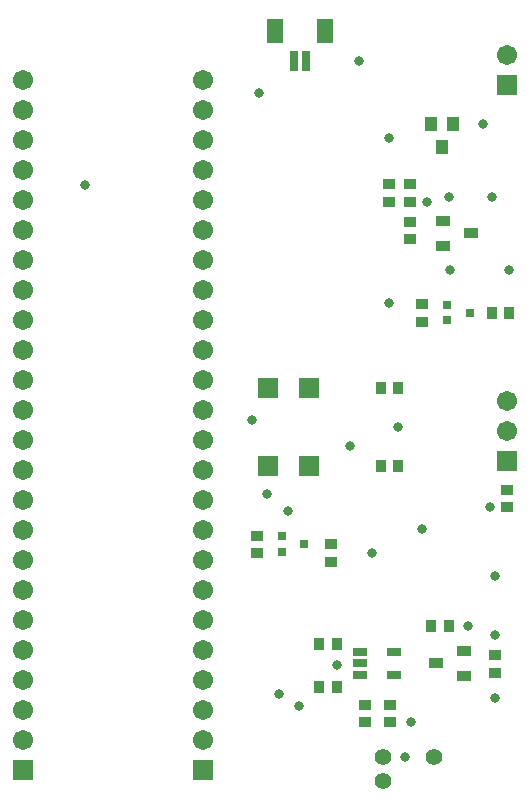
<source format=gts>
G04*
G04 #@! TF.GenerationSoftware,Altium Limited,Altium Designer,20.0.14 (345)*
G04*
G04 Layer_Color=8388736*
%FSLAX44Y44*%
%MOMM*%
G71*
G01*
G75*
%ADD23R,1.1032X0.9032*%
%ADD24R,0.9032X1.1032*%
%ADD25C,1.4032*%
%ADD26R,0.8032X0.6732*%
%ADD27R,1.1532X0.8532*%
%ADD28R,0.8032X1.7532*%
%ADD29R,1.4032X2.0032*%
%ADD30R,1.0032X1.1532*%
%ADD31R,1.3032X0.8032*%
%ADD32R,1.7032X1.7032*%
%ADD33C,1.7032*%
%ADD34R,1.7032X1.7032*%
%ADD35C,0.8032*%
D23*
X360000Y531000D02*
D03*
Y546000D02*
D03*
X378000Y531000D02*
D03*
Y546000D02*
D03*
X460000Y287000D02*
D03*
Y272000D02*
D03*
X248000Y248000D02*
D03*
Y233000D02*
D03*
X388000Y444000D02*
D03*
Y429000D02*
D03*
X311000Y226000D02*
D03*
Y241000D02*
D03*
X378000Y514000D02*
D03*
Y499000D02*
D03*
X450000Y147000D02*
D03*
Y132000D02*
D03*
X340000Y105000D02*
D03*
Y90000D02*
D03*
X361000Y105000D02*
D03*
Y90000D02*
D03*
D24*
X316000Y156000D02*
D03*
X301000D02*
D03*
Y120000D02*
D03*
X316000D02*
D03*
X462000Y437000D02*
D03*
X447000D02*
D03*
X396000Y172000D02*
D03*
X411000D02*
D03*
X368000Y373000D02*
D03*
X353000D02*
D03*
X368000Y307000D02*
D03*
X353000D02*
D03*
D25*
X355000Y40000D02*
D03*
X398000Y61000D02*
D03*
X355000D02*
D03*
D26*
X409500Y443500D02*
D03*
Y430500D02*
D03*
X428500Y437000D02*
D03*
X269500Y247500D02*
D03*
Y234500D02*
D03*
X288500Y241000D02*
D03*
D27*
X423750Y129500D02*
D03*
Y150500D02*
D03*
X400250Y140000D02*
D03*
X429750Y504000D02*
D03*
X406250Y493500D02*
D03*
Y514500D02*
D03*
D28*
X280000Y650000D02*
D03*
X290000D02*
D03*
D29*
X306000Y675250D02*
D03*
X264000D02*
D03*
D30*
X414500Y597000D02*
D03*
X395500D02*
D03*
X405000Y577000D02*
D03*
D31*
X336000Y149500D02*
D03*
Y140000D02*
D03*
Y130500D02*
D03*
X364000D02*
D03*
Y149500D02*
D03*
D32*
X257500Y373000D02*
D03*
X292500D02*
D03*
X257500Y307000D02*
D03*
X292500D02*
D03*
D33*
X460000Y362400D02*
D03*
Y337000D02*
D03*
Y655400D02*
D03*
X50000Y634200D02*
D03*
Y608800D02*
D03*
Y583400D02*
D03*
Y558000D02*
D03*
Y532600D02*
D03*
Y507200D02*
D03*
Y481800D02*
D03*
Y456400D02*
D03*
Y431000D02*
D03*
Y405600D02*
D03*
Y380200D02*
D03*
Y354800D02*
D03*
Y329400D02*
D03*
Y304000D02*
D03*
Y278600D02*
D03*
Y253200D02*
D03*
Y227800D02*
D03*
Y202400D02*
D03*
Y177000D02*
D03*
Y151600D02*
D03*
Y126200D02*
D03*
Y100800D02*
D03*
Y75400D02*
D03*
X202400Y634200D02*
D03*
Y608800D02*
D03*
Y583400D02*
D03*
Y558000D02*
D03*
Y532600D02*
D03*
Y507200D02*
D03*
Y481800D02*
D03*
Y456400D02*
D03*
Y431000D02*
D03*
Y405600D02*
D03*
Y380200D02*
D03*
Y354800D02*
D03*
Y329400D02*
D03*
Y304000D02*
D03*
Y278600D02*
D03*
Y253200D02*
D03*
Y227800D02*
D03*
Y202400D02*
D03*
Y177000D02*
D03*
Y151600D02*
D03*
Y126200D02*
D03*
Y100800D02*
D03*
Y75400D02*
D03*
D34*
X460000Y311600D02*
D03*
Y630000D02*
D03*
X50000Y50000D02*
D03*
X202400D02*
D03*
D35*
X445271Y272000D02*
D03*
X360000Y585000D02*
D03*
X250000Y623000D02*
D03*
X392000Y531000D02*
D03*
X103000Y545000D02*
D03*
X327000Y324000D02*
D03*
X257000Y283000D02*
D03*
X275000Y269000D02*
D03*
X284000Y104000D02*
D03*
X379000Y90000D02*
D03*
X267250Y114250D02*
D03*
X388000Y254000D02*
D03*
X346000Y233000D02*
D03*
X374000Y61000D02*
D03*
X450000Y214000D02*
D03*
X427000Y172000D02*
D03*
X450000Y111000D02*
D03*
Y164000D02*
D03*
X462000Y473000D02*
D03*
X412000D02*
D03*
X360000Y445000D02*
D03*
X316021Y139000D02*
D03*
X244000Y346000D02*
D03*
X447000Y535000D02*
D03*
X411000D02*
D03*
X368000Y340000D02*
D03*
X335000Y650000D02*
D03*
X440000Y597000D02*
D03*
M02*

</source>
